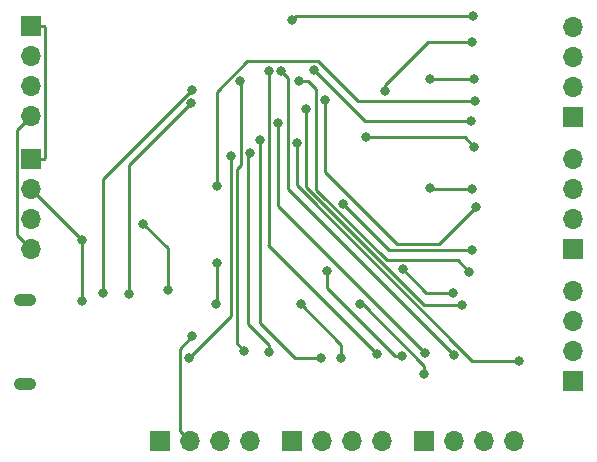
<source format=gbr>
G04 #@! TF.GenerationSoftware,KiCad,Pcbnew,(5.1.4)-1*
G04 #@! TF.CreationDate,2021-01-13T15:58:14-08:00*
G04 #@! TF.ProjectId,Fan Controller,46616e20-436f-46e7-9472-6f6c6c65722e,rev?*
G04 #@! TF.SameCoordinates,Original*
G04 #@! TF.FileFunction,Copper,L2,Bot*
G04 #@! TF.FilePolarity,Positive*
%FSLAX46Y46*%
G04 Gerber Fmt 4.6, Leading zero omitted, Abs format (unit mm)*
G04 Created by KiCad (PCBNEW (5.1.4)-1) date 2021-01-13 15:58:14*
%MOMM*%
%LPD*%
G04 APERTURE LIST*
%ADD10R,1.700000X1.700000*%
%ADD11O,1.700000X1.700000*%
%ADD12O,1.900000X1.050000*%
%ADD13C,0.800000*%
%ADD14C,0.250000*%
G04 APERTURE END LIST*
D10*
X53622000Y-58950200D03*
D11*
X53622000Y-61490200D03*
X53622000Y-64030200D03*
X53622000Y-66570200D03*
D10*
X53622000Y-70150200D03*
D11*
X53622000Y-72690200D03*
X53622000Y-75230200D03*
X53622000Y-77770200D03*
X99572000Y-58980200D03*
X99572000Y-61520200D03*
X99572000Y-64060200D03*
D10*
X99572000Y-66600200D03*
D11*
X99572000Y-70180200D03*
X99572000Y-72720200D03*
X99572000Y-75260200D03*
D10*
X99572000Y-77800200D03*
D11*
X99572000Y-81380200D03*
X99572000Y-83920200D03*
X99572000Y-86460200D03*
D10*
X99572000Y-89000200D03*
D11*
X94564200Y-94056200D03*
X92024200Y-94056200D03*
X89484200Y-94056200D03*
D10*
X86944200Y-94056200D03*
D11*
X83362800Y-94056200D03*
X80822800Y-94056200D03*
X78282800Y-94056200D03*
D10*
X75742800Y-94056200D03*
D11*
X72161400Y-94056200D03*
X69621400Y-94056200D03*
X67081400Y-94056200D03*
D10*
X64541400Y-94056200D03*
D12*
X53181400Y-89249200D03*
X53181400Y-82099200D03*
D13*
X57972000Y-82200200D03*
X57972000Y-77040200D03*
X65264651Y-81252199D03*
X63172000Y-75650200D03*
X67322000Y-85150200D03*
X73772000Y-86500200D03*
X72172000Y-69650200D03*
X71722000Y-86450200D03*
X71372000Y-63550200D03*
X85022000Y-86850200D03*
X78722000Y-79700200D03*
X82922000Y-86700200D03*
X73822000Y-62700200D03*
X94972000Y-87250200D03*
X76147000Y-68850200D03*
X89472153Y-86775047D03*
X74822000Y-62700200D03*
X91022000Y-77850200D03*
X80046063Y-73976137D03*
X90772000Y-79750200D03*
X76322000Y-63550200D03*
X91172000Y-69150200D03*
X82022000Y-68350200D03*
X90935000Y-67000200D03*
X77572000Y-62650200D03*
X91022000Y-60250200D03*
X83622000Y-64450200D03*
X91072000Y-58050200D03*
X75722000Y-58450200D03*
X61972000Y-81600200D03*
X67234653Y-65412853D03*
X59722000Y-81550200D03*
X67272000Y-64350200D03*
X67022000Y-87050200D03*
X70622000Y-69950200D03*
X78172000Y-87000200D03*
X73072000Y-68600200D03*
X87022000Y-86650200D03*
X74547000Y-67150200D03*
X90159653Y-82512547D03*
X76972000Y-65950200D03*
X91322000Y-74250200D03*
X78547000Y-65225200D03*
X91222000Y-65300200D03*
X69372000Y-72500200D03*
X79922000Y-87000200D03*
X76472000Y-82500200D03*
X86922000Y-88350200D03*
X81472000Y-82500200D03*
X89372000Y-81500200D03*
X85122000Y-79500200D03*
X90972000Y-72700200D03*
X87395000Y-72677200D03*
X91172000Y-63400200D03*
X87395000Y-63373200D03*
X69372000Y-79000200D03*
X69272000Y-82500200D03*
D14*
X57972000Y-77040200D02*
X53622000Y-72690200D01*
X57972000Y-82200200D02*
X57972000Y-77040200D01*
X65264651Y-77742851D02*
X63172000Y-75650200D01*
X65264651Y-81252199D02*
X65264651Y-77742851D01*
X66231401Y-86240799D02*
X67322000Y-85150200D01*
X66231401Y-93206201D02*
X66231401Y-86240799D01*
X67081400Y-94056200D02*
X66231401Y-93206201D01*
X52772001Y-67420199D02*
X53622000Y-66570200D01*
X52446999Y-67745201D02*
X52772001Y-67420199D01*
X52446999Y-76595199D02*
X52446999Y-67745201D01*
X53622000Y-77770200D02*
X52446999Y-76595199D01*
X73772000Y-85934515D02*
X72022000Y-84184515D01*
X73772000Y-86500200D02*
X73772000Y-85934515D01*
X72022000Y-84184515D02*
X72022000Y-69800200D01*
X72022000Y-69800200D02*
X72172000Y-69650200D01*
X71072009Y-85800209D02*
X71072010Y-83636600D01*
X71722000Y-86450200D02*
X71072009Y-85800209D01*
X71072010Y-83636600D02*
X71072010Y-71000200D01*
X71422000Y-63600200D02*
X71372000Y-63550200D01*
X71072010Y-71000200D02*
X71422000Y-70650210D01*
X71422000Y-70650210D02*
X71422000Y-63600200D01*
X78722000Y-81115885D02*
X78722000Y-79700200D01*
X85022000Y-86850200D02*
X84456315Y-86850200D01*
X84456315Y-86850200D02*
X78722000Y-81115885D01*
X82922000Y-86700200D02*
X73722000Y-77500200D01*
X73722000Y-77500200D02*
X73822000Y-77400200D01*
X73822000Y-77400200D02*
X73822000Y-62700200D01*
X94972000Y-87250200D02*
X91022000Y-87250200D01*
X91022000Y-87250200D02*
X76147000Y-72375200D01*
X76147000Y-72375200D02*
X76147000Y-68850200D01*
X89472153Y-86775047D02*
X75422000Y-72724894D01*
X75422000Y-72724894D02*
X75422000Y-63300200D01*
X75422000Y-63300200D02*
X74822000Y-62700200D01*
X91022000Y-77850200D02*
X83920126Y-77850200D01*
X83920126Y-77850200D02*
X80046063Y-73976137D01*
X89796999Y-78775199D02*
X83819819Y-78775199D01*
X90772000Y-79750200D02*
X89796999Y-78775199D01*
X83819819Y-78775199D02*
X77822000Y-72777380D01*
X77822000Y-72777380D02*
X77822000Y-64250200D01*
X77822000Y-64250200D02*
X77122000Y-63550200D01*
X77122000Y-63550200D02*
X76322000Y-63550200D01*
X91172000Y-69150200D02*
X90372000Y-68350200D01*
X90372000Y-68350200D02*
X82022000Y-68350200D01*
X90935000Y-67000200D02*
X81922000Y-67000200D01*
X81922000Y-67000200D02*
X77572000Y-62650200D01*
X83622000Y-63900200D02*
X83622000Y-64450200D01*
X91022000Y-60250200D02*
X87272000Y-60250200D01*
X87272000Y-60250200D02*
X83622000Y-63900200D01*
X91072000Y-58050200D02*
X76122000Y-58050200D01*
X76122000Y-58050200D02*
X75722000Y-58450200D01*
X61972000Y-81600200D02*
X61972000Y-70675506D01*
X61972000Y-70675506D02*
X67234653Y-65412853D01*
X59722000Y-81550200D02*
X59722000Y-71900200D01*
X59722000Y-71900200D02*
X67272000Y-64350200D01*
X67022000Y-87050200D02*
X70622000Y-83450200D01*
X70622000Y-83450200D02*
X70622000Y-69950200D01*
X78172000Y-87000200D02*
X75972000Y-87000200D01*
X75972000Y-87000200D02*
X73072000Y-84100200D01*
X73072000Y-84100200D02*
X73072000Y-68600200D01*
X87022000Y-86650200D02*
X74547000Y-74175200D01*
X74547000Y-74175200D02*
X74547000Y-67150200D01*
X90159653Y-82512547D02*
X86920757Y-82512547D01*
X86920757Y-82512547D02*
X76972000Y-72563790D01*
X76972000Y-72563790D02*
X76972000Y-65950200D01*
X91322000Y-74250200D02*
X88172010Y-77400190D01*
X88172010Y-77400190D02*
X84671990Y-77400190D01*
X84671990Y-77400190D02*
X78547000Y-71275200D01*
X78547000Y-71275200D02*
X78547000Y-65225200D01*
X69372000Y-64477198D02*
X69372000Y-72500200D01*
X71923999Y-61925199D02*
X69372000Y-64477198D01*
X77920001Y-61925199D02*
X71923999Y-61925199D01*
X91222000Y-65300200D02*
X81295002Y-65300200D01*
X81295002Y-65300200D02*
X77920001Y-61925199D01*
X79922000Y-85950200D02*
X76472000Y-82500200D01*
X79922000Y-87000200D02*
X79922000Y-85950200D01*
X81745002Y-82500200D02*
X81472000Y-82500200D01*
X86922000Y-87677198D02*
X81745002Y-82500200D01*
X86922000Y-88350200D02*
X86922000Y-87677198D01*
X87122000Y-81500200D02*
X85122000Y-79500200D01*
X89372000Y-81500200D02*
X87122000Y-81500200D01*
X87418000Y-72700200D02*
X87395000Y-72677200D01*
X90972000Y-72700200D02*
X87418000Y-72700200D01*
X87422000Y-63400200D02*
X87395000Y-63373200D01*
X91172000Y-63400200D02*
X87422000Y-63400200D01*
X54722000Y-58950200D02*
X53622000Y-58950200D01*
X54797001Y-59025201D02*
X54722000Y-58950200D01*
X54797001Y-70075199D02*
X54797001Y-59025201D01*
X54722000Y-70150200D02*
X54797001Y-70075199D01*
X53622000Y-70150200D02*
X54722000Y-70150200D01*
X69372000Y-82400200D02*
X69272000Y-82500200D01*
X69372000Y-79000200D02*
X69372000Y-82400200D01*
M02*

</source>
